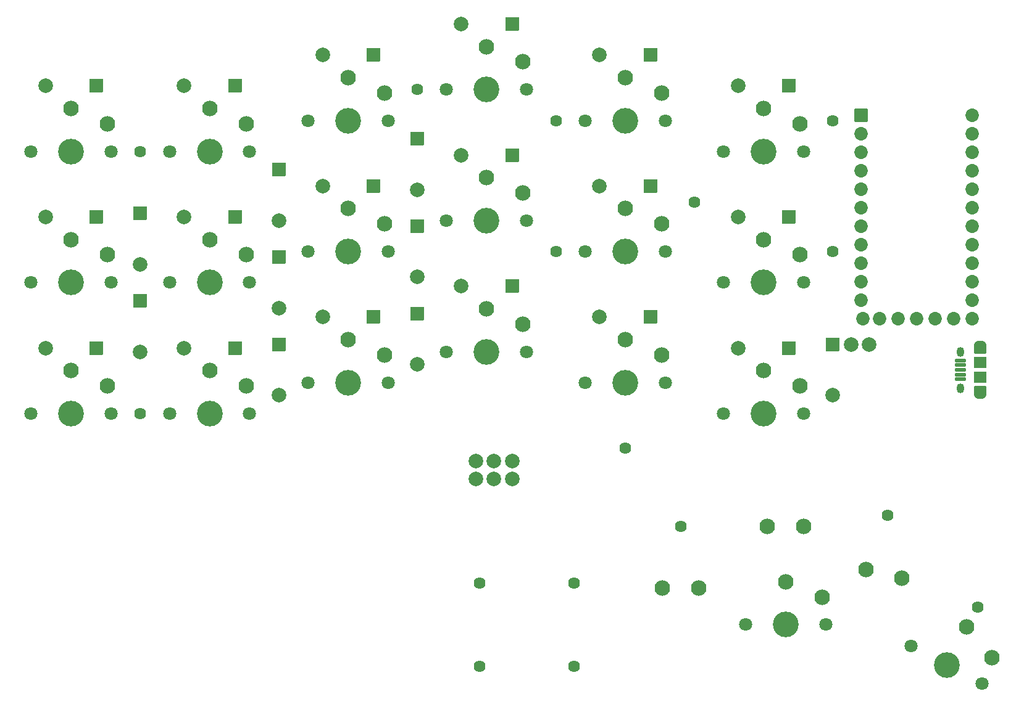
<source format=gbr>
%TF.GenerationSoftware,KiCad,Pcbnew,(6.0.4)*%
%TF.CreationDate,2023-12-03T23:36:57-08:00*%
%TF.ProjectId,left,6c656674-2e6b-4696-9361-645f70636258,v1.0.0*%
%TF.SameCoordinates,Original*%
%TF.FileFunction,Soldermask,Top*%
%TF.FilePolarity,Negative*%
%FSLAX46Y46*%
G04 Gerber Fmt 4.6, Leading zero omitted, Abs format (unit mm)*
G04 Created by KiCad (PCBNEW (6.0.4)) date 2023-12-03 23:36:57*
%MOMM*%
%LPD*%
G01*
G04 APERTURE LIST*
G04 Aperture macros list*
%AMRoundRect*
0 Rectangle with rounded corners*
0 $1 Rounding radius*
0 $2 $3 $4 $5 $6 $7 $8 $9 X,Y pos of 4 corners*
0 Add a 4 corners polygon primitive as box body*
4,1,4,$2,$3,$4,$5,$6,$7,$8,$9,$2,$3,0*
0 Add four circle primitives for the rounded corners*
1,1,$1+$1,$2,$3*
1,1,$1+$1,$4,$5*
1,1,$1+$1,$6,$7*
1,1,$1+$1,$8,$9*
0 Add four rect primitives between the rounded corners*
20,1,$1+$1,$2,$3,$4,$5,0*
20,1,$1+$1,$4,$5,$6,$7,0*
20,1,$1+$1,$6,$7,$8,$9,0*
20,1,$1+$1,$8,$9,$2,$3,0*%
G04 Aperture macros list end*
%ADD10RoundRect,0.050000X0.675000X-0.200000X0.675000X0.200000X-0.675000X0.200000X-0.675000X-0.200000X0*%
%ADD11RoundRect,0.050000X0.775000X-0.600000X0.775000X0.600000X-0.775000X0.600000X-0.775000X-0.600000X0*%
%ADD12O,1.050000X1.350000*%
%ADD13RoundRect,0.050000X0.775000X-0.750000X0.775000X0.750000X-0.775000X0.750000X-0.775000X-0.750000X0*%
%ADD14O,1.650000X0.990000*%
%ADD15C,2.132000*%
%ADD16C,3.529000*%
%ADD17C,1.801800*%
%ADD18C,2.005000*%
%ADD19RoundRect,0.050000X0.889000X0.889000X-0.889000X0.889000X-0.889000X-0.889000X0.889000X-0.889000X0*%
%ADD20RoundRect,0.050000X-0.876300X-0.876300X0.876300X-0.876300X0.876300X0.876300X-0.876300X0.876300X0*%
%ADD21C,1.852600*%
%ADD22C,1.624000*%
%ADD23RoundRect,0.050000X-0.889000X0.889000X-0.889000X-0.889000X0.889000X-0.889000X0.889000X0.889000X0*%
G04 APERTURE END LIST*
D10*
%TO.C,*%
X272000000Y-145300000D03*
X272000000Y-144650000D03*
X272000000Y-144000000D03*
X272000000Y-143350000D03*
X272000000Y-142700000D03*
D11*
X274700000Y-146900000D03*
D12*
X272000000Y-141500000D03*
D13*
X274700000Y-143000000D03*
D14*
X274700000Y-140500000D03*
D11*
X274700000Y-141100000D03*
D12*
X272000000Y-146500000D03*
D13*
X274700000Y-145000000D03*
D14*
X274700000Y-147500000D03*
%TD*%
D15*
%TO.C,M2*%
X259074261Y-171395195D03*
X263925739Y-172604805D03*
%TD*%
D16*
%TO.C,S1*%
X150000000Y-150000000D03*
D17*
X155500000Y-150000000D03*
X144500000Y-150000000D03*
D15*
X155000000Y-146200000D03*
X150000000Y-144100000D03*
%TD*%
D16*
%TO.C,S2*%
X150000000Y-132000000D03*
D17*
X155500000Y-132000000D03*
X144500000Y-132000000D03*
D15*
X155000000Y-128200000D03*
X150000000Y-126100000D03*
%TD*%
D16*
%TO.C,S3*%
X150000000Y-114000000D03*
D17*
X155500000Y-114000000D03*
X144500000Y-114000000D03*
D15*
X155000000Y-110200000D03*
X150000000Y-108100000D03*
%TD*%
D16*
%TO.C,S4*%
X169000000Y-150000000D03*
D17*
X174500000Y-150000000D03*
X163500000Y-150000000D03*
D15*
X174000000Y-146200000D03*
X169000000Y-144100000D03*
%TD*%
D16*
%TO.C,S5*%
X169000000Y-132000000D03*
D17*
X174500000Y-132000000D03*
X163500000Y-132000000D03*
D15*
X174000000Y-128200000D03*
X169000000Y-126100000D03*
%TD*%
D16*
%TO.C,S6*%
X169000000Y-114000000D03*
D17*
X174500000Y-114000000D03*
X163500000Y-114000000D03*
D15*
X174000000Y-110200000D03*
X169000000Y-108100000D03*
%TD*%
D16*
%TO.C,S7*%
X188000000Y-145750000D03*
D17*
X193500000Y-145750000D03*
X182500000Y-145750000D03*
D15*
X193000000Y-141950000D03*
X188000000Y-139850000D03*
%TD*%
D16*
%TO.C,S8*%
X188000000Y-127750000D03*
D17*
X193500000Y-127750000D03*
X182500000Y-127750000D03*
D15*
X193000000Y-123950000D03*
X188000000Y-121850000D03*
%TD*%
D16*
%TO.C,S9*%
X188000000Y-109750000D03*
D17*
X193500000Y-109750000D03*
X182500000Y-109750000D03*
D15*
X193000000Y-105950000D03*
X188000000Y-103850000D03*
%TD*%
D16*
%TO.C,S10*%
X207000000Y-141500000D03*
D17*
X212500000Y-141500000D03*
X201500000Y-141500000D03*
D15*
X212000000Y-137700000D03*
X207000000Y-135600000D03*
%TD*%
D16*
%TO.C,S11*%
X207000000Y-123500000D03*
D17*
X212500000Y-123500000D03*
X201500000Y-123500000D03*
D15*
X212000000Y-119700000D03*
X207000000Y-117600000D03*
%TD*%
D16*
%TO.C,S12*%
X207000000Y-105500000D03*
D17*
X212500000Y-105500000D03*
X201500000Y-105500000D03*
D15*
X212000000Y-101700000D03*
X207000000Y-99600000D03*
%TD*%
D16*
%TO.C,S13*%
X226000000Y-145750000D03*
D17*
X231500000Y-145750000D03*
X220500000Y-145750000D03*
D15*
X231000000Y-141950000D03*
X226000000Y-139850000D03*
%TD*%
D16*
%TO.C,S14*%
X226000000Y-127750000D03*
D17*
X231500000Y-127750000D03*
X220500000Y-127750000D03*
D15*
X231000000Y-123950000D03*
X226000000Y-121850000D03*
%TD*%
D16*
%TO.C,S15*%
X226000000Y-109750000D03*
D17*
X231500000Y-109750000D03*
X220500000Y-109750000D03*
D15*
X231000000Y-105950000D03*
X226000000Y-103850000D03*
%TD*%
D16*
%TO.C,S16*%
X245000000Y-150000000D03*
D17*
X250500000Y-150000000D03*
X239500000Y-150000000D03*
D15*
X250000000Y-146200000D03*
X245000000Y-144100000D03*
%TD*%
D16*
%TO.C,S17*%
X245000000Y-132000000D03*
D17*
X250500000Y-132000000D03*
X239500000Y-132000000D03*
D15*
X250000000Y-128200000D03*
X245000000Y-126100000D03*
%TD*%
D16*
%TO.C,S18*%
X245000000Y-114000000D03*
D17*
X250500000Y-114000000D03*
X239500000Y-114000000D03*
D15*
X250000000Y-110200000D03*
X245000000Y-108100000D03*
%TD*%
D16*
%TO.C,S19*%
X248000000Y-179000000D03*
D17*
X253500000Y-179000000D03*
X242500000Y-179000000D03*
D15*
X253000000Y-175200000D03*
X248000000Y-173100000D03*
%TD*%
D16*
%TO.C,S20*%
X270113246Y-184513452D03*
D17*
X274969458Y-187095546D03*
X265257034Y-181931358D03*
D15*
X276311976Y-183505609D03*
X272883128Y-179304061D03*
%TD*%
D18*
%TO.C,D1*%
X146500000Y-141000000D03*
D19*
X153500000Y-141000000D03*
%TD*%
D18*
%TO.C,D2*%
X146500000Y-123000000D03*
D19*
X153500000Y-123000000D03*
%TD*%
D18*
%TO.C,D3*%
X146500000Y-105000000D03*
D19*
X153500000Y-105000000D03*
%TD*%
D18*
%TO.C,D4*%
X165500000Y-141000000D03*
D19*
X172500000Y-141000000D03*
%TD*%
D18*
%TO.C,D5*%
X165500000Y-123000000D03*
D19*
X172500000Y-123000000D03*
%TD*%
D18*
%TO.C,D6*%
X165500000Y-105000000D03*
D19*
X172500000Y-105000000D03*
%TD*%
D18*
%TO.C,D7*%
X184500000Y-136750000D03*
D19*
X191500000Y-136750000D03*
%TD*%
D18*
%TO.C,D8*%
X184500000Y-118750000D03*
D19*
X191500000Y-118750000D03*
%TD*%
D18*
%TO.C,D9*%
X184500000Y-100750000D03*
D19*
X191500000Y-100750000D03*
%TD*%
D18*
%TO.C,D10*%
X203500000Y-132500000D03*
D19*
X210500000Y-132500000D03*
%TD*%
D18*
%TO.C,D11*%
X203500000Y-114500000D03*
D19*
X210500000Y-114500000D03*
%TD*%
D18*
%TO.C,D12*%
X203500000Y-96500000D03*
D19*
X210500000Y-96500000D03*
%TD*%
D18*
%TO.C,D13*%
X222500000Y-136750000D03*
D19*
X229500000Y-136750000D03*
%TD*%
D18*
%TO.C,D14*%
X222500000Y-118750000D03*
D19*
X229500000Y-118750000D03*
%TD*%
D18*
%TO.C,D15*%
X222500000Y-100750000D03*
D19*
X229500000Y-100750000D03*
%TD*%
D18*
%TO.C,D16*%
X241500000Y-141000000D03*
D19*
X248500000Y-141000000D03*
%TD*%
D18*
%TO.C,D17*%
X241500000Y-123000000D03*
D19*
X248500000Y-123000000D03*
%TD*%
D18*
%TO.C,D18*%
X241500000Y-105000000D03*
D19*
X248500000Y-105000000D03*
%TD*%
D20*
%TO.C,*%
X258380000Y-109030000D03*
D21*
X258380000Y-111570000D03*
X258380000Y-114110000D03*
X258380000Y-116650000D03*
X258380000Y-119190000D03*
X258380000Y-121730000D03*
X258380000Y-124270000D03*
X258380000Y-126810000D03*
X258380000Y-129350000D03*
X258380000Y-131890000D03*
X258380000Y-134430000D03*
X258608600Y-136970000D03*
X273620000Y-136970000D03*
X273620000Y-134430000D03*
X273620000Y-131890000D03*
X273620000Y-129350000D03*
X273620000Y-126810000D03*
X273620000Y-124270000D03*
X273620000Y-121730000D03*
X273620000Y-119190000D03*
X273620000Y-116650000D03*
X273620000Y-114110000D03*
X273620000Y-111570000D03*
X273620000Y-109030000D03*
X260920000Y-136970000D03*
X263460000Y-136970000D03*
X266000000Y-136970000D03*
X268540000Y-136970000D03*
X271080000Y-136970000D03*
%TD*%
D15*
%TO.C,M1*%
X231100000Y-174000000D03*
X236100000Y-174000000D03*
%TD*%
%TO.C,M3*%
X245500000Y-165500000D03*
X250500000Y-165500000D03*
%TD*%
D22*
%TO.C,*%
X262000000Y-164000000D03*
%TD*%
%TO.C,*%
X233600000Y-165500000D03*
%TD*%
D18*
%TO.C,D21*%
X159500000Y-129500000D03*
D23*
X159500000Y-122500000D03*
%TD*%
D18*
%TO.C,D22*%
X159500000Y-141500000D03*
D23*
X159500000Y-134500000D03*
%TD*%
D18*
%TO.C,D23*%
X178500000Y-123500000D03*
D23*
X178500000Y-116500000D03*
%TD*%
D18*
%TO.C,D24*%
X178500000Y-135500000D03*
D23*
X178500000Y-128500000D03*
%TD*%
D18*
%TO.C,D25*%
X178500000Y-147500000D03*
D23*
X178500000Y-140500000D03*
%TD*%
D18*
%TO.C,D26*%
X197500000Y-143250000D03*
D23*
X197500000Y-136250000D03*
%TD*%
D18*
%TO.C,D27*%
X197500000Y-131250000D03*
D23*
X197500000Y-124250000D03*
%TD*%
D18*
%TO.C,D28*%
X197500000Y-119250000D03*
D23*
X197500000Y-112250000D03*
%TD*%
D18*
%TO.C,D29*%
X205500000Y-159000000D03*
X208000000Y-159000000D03*
X210500000Y-159000000D03*
X205500000Y-156500000D03*
X208000000Y-156500000D03*
X210500000Y-156500000D03*
%TD*%
D22*
%TO.C,*%
X219000000Y-173300000D03*
%TD*%
%TO.C,*%
X219000000Y-184700000D03*
%TD*%
%TO.C,*%
X206000000Y-173300000D03*
%TD*%
%TO.C,*%
X206000000Y-184700000D03*
%TD*%
%TO.C,*%
X235500000Y-121000000D03*
%TD*%
%TO.C,*%
X159500000Y-114000000D03*
%TD*%
%TO.C,*%
X159500000Y-150000000D03*
%TD*%
%TO.C,*%
X197500000Y-105500000D03*
%TD*%
%TO.C,*%
X274338490Y-176566923D03*
%TD*%
%TO.C,*%
X216500000Y-109750000D03*
%TD*%
%TO.C,*%
X216500000Y-127750000D03*
%TD*%
%TO.C,*%
X254500000Y-127750000D03*
%TD*%
%TO.C,*%
X254500000Y-109750000D03*
%TD*%
%TO.C,*%
X226000000Y-154750000D03*
%TD*%
D18*
%TO.C,D30*%
X254500000Y-147500000D03*
D23*
X254500000Y-140500000D03*
%TD*%
D18*
%TO.C,*%
X257000000Y-140500000D03*
%TD*%
%TO.C,*%
X259500000Y-140500000D03*
%TD*%
M02*

</source>
